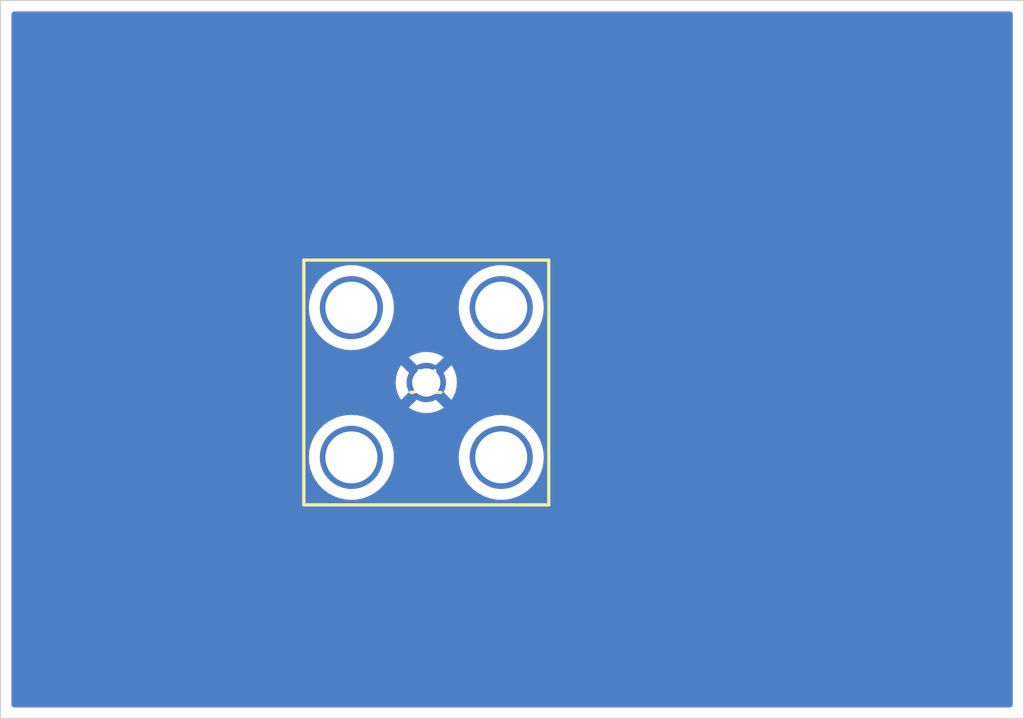
<source format=kicad_pcb>
(kicad_pcb (version 20240108) (generator "pcbnew") (generator_version "8.0")
  (layers (0 "F.Cu" signal) (31 "B.Cu" signal) (34 "B.Paste" user) (35 "F.Paste" user) (36 "B.SilkS" user "B.Silkscreen") (37 "F.SilkS" user "F.Silkscreen") (38 "B.Mask" user) (39 "F.Mask" user) (44 "Edge.Cuts" user))
  (net 0 "")
  (net 4 "unconnected-(J1-Pad1)")
  (footprint "BNC Connector:CONN1_031-5329-51RFX_AMP" (layer "F.Cu") (at 151.5583 107.5583)
    (property "Reference" "J1" (at 0 0 0) (layer "F.SilkS"))
    (property "Value" "031-5329-51RFX")
    (fp_line (start -5.6261 -5.6261) (end -5.6261 5.6261) (stroke (width 0.1524)) (layer "F.SilkS"))
    (fp_line (start -5.6261 5.6261) (end 5.6261 5.6261) (stroke (width 0.1524)) (layer "F.SilkS"))
    (fp_line (start 5.6261 -5.6261) (end -5.6261 -5.6261) (stroke (width 0.1524)) (layer "F.SilkS"))
    (fp_line (start 5.6261 5.6261) (end 5.6261 -5.6261) (stroke (width 0.1524)) (layer "F.SilkS"))
    (pad "1" thru_hole circle (at 0 0) (size 1.8034 1.8034) (drill 1.2954) (layers "*.Cu" "*.Mask") (net 4 "unconnected-(J1-Pad1)"))
    (pad "2" thru_hole circle (at -3.4417 -3.4417) (size 2.8956 2.8956) (drill 2.3876) (layers "*.Cu" "*.Mask"))
    (pad "3" thru_hole circle (at -3.4417 3.4417) (size 2.8956 2.8956) (drill 2.3876) (layers "*.Cu" "*.Mask"))
    (pad "4" thru_hole circle (at 3.4417 3.4417) (size 2.8956 2.8956) (drill 2.3876) (layers "*.Cu" "*.Mask"))
    (pad "5" thru_hole circle (at 3.4417 -3.4417) (size 2.8956 2.8956) (drill 2.3876) (layers "*.Cu" "*.Mask"))
  )
  (gr_line (start 132 123) (end 132 90) (stroke (width 0.05)) (layer "Edge.Cuts"))
  (gr_line (start 179 123) (end 132 123) (stroke (width 0.05)) (layer "Edge.Cuts"))
  (gr_line (start 179 90) (end 179 123) (stroke (width 0.05)) (layer "Edge.Cuts"))
  (gr_line (start 132 90) (end 179 90) (stroke (width 0.05)) (layer "Edge.Cuts"))
  (zone (net 4) (net_name "unconnected-(J1-Pad1)") (layer "B.Cu") (connect_pads (clearance 0.5)) (min_thickness 0.25) (fill yes (thermal_gap 0.5) (thermal_bridge_width 0.5))
    (polygon (pts (xy 132 90) (xy 179 90) (xy 179 123) (xy 132 123)))
  )
)
</source>
